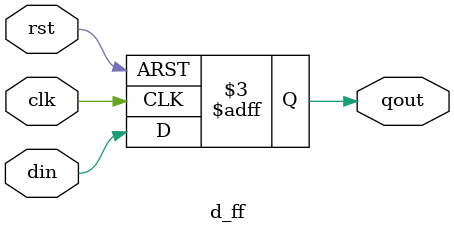
<source format=v>
module d_ff
(
    input rst, clk,
    input din,
    output reg qout
);
always@(negedge rst, posedge clk)
    if(rst == 0)
        qout <= 0;
    else
        qout <= din;
        
endmodule 
</source>
